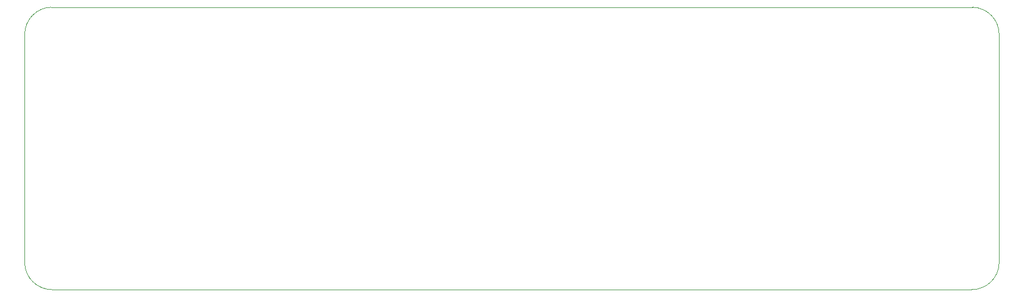
<source format=gm1>
G04*
G04 #@! TF.GenerationSoftware,Altium Limited,Altium Designer,22.6.1 (34)*
G04*
G04 Layer_Color=16711935*
%FSLAX43Y43*%
%MOMM*%
G71*
G04*
G04 #@! TF.SameCoordinates,5327060C-A0E8-49A3-936B-299E1C487600*
G04*
G04*
G04 #@! TF.FilePolarity,Positive*
G04*
G01*
G75*
%ADD61C,0.100*%
%ADD62C,0.100*%
D61*
X72550Y17001D02*
D03*
X72550D02*
D03*
X-68501Y-21049D02*
D03*
X-68501D02*
D03*
D62*
X72550Y17001D02*
G03*
X68612Y21049I-4050J-1D01*
G01*
Y21049D02*
G03*
X68600Y21051I-12J-48D01*
G01*
X68612Y21049D02*
G03*
X68600Y21051I-12J-48D01*
G01*
X72548Y-17112D02*
G03*
X72550Y-17099I-48J12D01*
G01*
X72548Y-17112D02*
G03*
X72550Y-17099I-48J12D01*
G01*
X68500Y-21049D02*
G03*
X72548Y-17112I-0J4050D01*
G01*
X-68600Y21051D02*
G03*
X-68612Y21049I0J-50D01*
G01*
X-68600Y21051D02*
G03*
X-68612Y21049I0J-50D01*
G01*
D02*
G03*
X-72550Y17001I112J-4048D01*
G01*
Y-17099D02*
G03*
X-72550Y-17101I50J0D01*
G01*
D02*
G03*
X-68501Y-21049I4049J101D01*
G01*
X-72550Y-17099D02*
G03*
X-72550Y-17101I50J0D01*
G01*
X72550Y-17099D02*
X72550Y17001D01*
X-68600Y21051D02*
X68600D01*
X68500Y-21049D02*
X68500D01*
X-68501D02*
X68500D01*
X-68501D02*
X-68501D01*
X-72550Y-17099D02*
X-72550Y17001D01*
M02*

</source>
